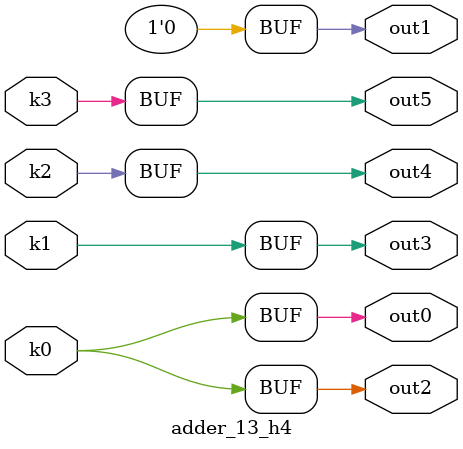
<source format=v>
module adder_13(pi00, pi01, pi02, pi03, pi04, pi05, pi06, pi07, pi08, pi09, po0, po1, po2, po3, po4, po5);
input pi00, pi01, pi02, pi03, pi04, pi05, pi06, pi07, pi08, pi09;
output po0, po1, po2, po3, po4, po5;
wire k0, k1, k2, k3;
adder_13_w4 DUT1 (pi00, pi01, pi02, pi03, pi04, pi05, pi06, pi07, pi08, pi09, k0, k1, k2, k3);
adder_13_h4 DUT2 (k0, k1, k2, k3, po0, po1, po2, po3, po4, po5);
endmodule

module adder_13_w4(in9, in8, in7, in6, in5, in4, in3, in2, in1, in0, k3, k2, k1, k0);
input in9, in8, in7, in6, in5, in4, in3, in2, in1, in0;
output k3, k2, k1, k0;
assign k0 =   ((~in6 ^ in2) & (((~in7 | ~in3) & (((~in8 | ~in4) & ((~in9 & (in1 | ~in5)) | (~in0 & ~in5))) | (~in8 & ~in4))) | (~in7 & ~in3))) | ((in6 ^ in2) & ((in7 & in3) | ((in7 | in3) & ((in8 & in4) | ((in8 | in4) & ((~in1 & in5) | (in9 & (in0 | in5))))))));
assign k1 =   ((~in7 ^ in3) & (((~in8 | ~in4) & ((~in9 & (in1 | ~in5)) | (~in0 & ~in5))) | (~in8 & ~in4))) | ((in7 ^ in3) & ((in8 & in4) | ((in8 | in4) & ((~in1 & in5) | (in9 & (in0 | in5))))));
assign k2 =   ((~in8 ^ in4) & ((~in9 & (in1 | ~in5)) | (~in0 & ~in5))) | ((in8 ^ in4) & ((~in1 & in5) | (in9 & (in0 | in5))));
assign k3 =   in9 ? (in5 ? in1 : in0) : (in5 ? ~in1 : ~in0);
endmodule

module adder_13_h4(k3, k2, k1, k0, out5, out4, out3, out2, out1, out0);
input k3, k2, k1, k0;
output out5, out4, out3, out2, out1, out0;
assign out0 = k0;
assign out1 = 0;
assign out2 = k0;
assign out3 = k1;
assign out4 = k2;
assign out5 = k3;
endmodule

</source>
